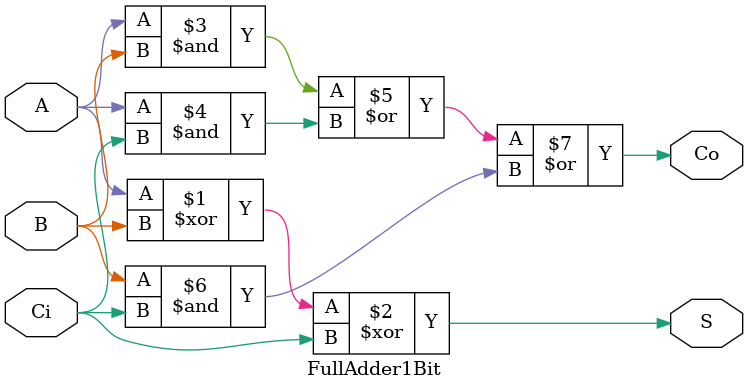
<source format=v>
module FullAdder1Bit(input wire Ci, input wire A, input wire B, output Co, output S);
	assign S = A ^ B ^ Ci;	
	assign Co = A&B | A&Ci | B&Ci;
endmodule
</source>
